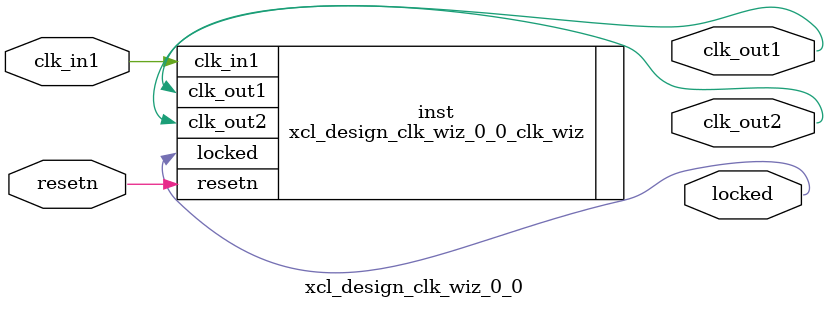
<source format=v>


`timescale 1ps/1ps

(* CORE_GENERATION_INFO = "xcl_design_clk_wiz_0_0,clk_wiz_v5_3_3_0,{component_name=xcl_design_clk_wiz_0_0,use_phase_alignment=false,use_min_o_jitter=false,use_max_i_jitter=false,use_dyn_phase_shift=false,use_inclk_switchover=false,use_dyn_reconfig=false,enable_axi=0,feedback_source=FDBK_AUTO,PRIMITIVE=PLL,num_out_clk=2,clkin1_period=10.0,clkin2_period=10.0,use_power_down=false,use_reset=true,use_locked=true,use_inclk_stopped=false,feedback_type=SINGLE,CLOCK_MGR_TYPE=NA,manual_override=false}" *)

module xcl_design_clk_wiz_0_0 
 (
  // Clock out ports
  output        clk_out1,
  output        clk_out2,
  // Status and control signals
  input         resetn,
  output        locked,
 // Clock in ports
  input         clk_in1
 );

  xcl_design_clk_wiz_0_0_clk_wiz inst
  (
  // Clock out ports  
  .clk_out1(clk_out1),
  .clk_out2(clk_out2),
  // Status and control signals               
  .resetn(resetn), 
  .locked(locked),
 // Clock in ports
  .clk_in1(clk_in1)
  );

endmodule

</source>
